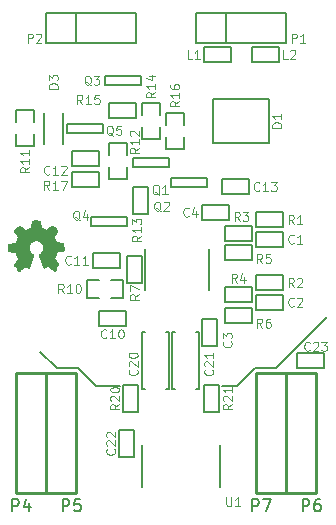
<source format=gto>
G04 (created by PCBNEW (2013-mar-13)-stable) date Fri 09 Oct 2015 12:04:18 PM CEST*
%MOIN*%
G04 Gerber Fmt 3.4, Leading zero omitted, Abs format*
%FSLAX34Y34*%
G01*
G70*
G90*
G04 APERTURE LIST*
%ADD10C,0.005906*%
%ADD11C,0.007874*%
%ADD12C,0.005000*%
%ADD13C,0.006000*%
%ADD14C,0.008000*%
%ADD15C,0.001100*%
%ADD16C,0.010000*%
%ADD17C,0.004000*%
G04 APERTURE END LIST*
G54D10*
G54D11*
X39850Y-37350D02*
X39290Y-36790D01*
X47150Y-37350D02*
X48850Y-35650D01*
X46450Y-37350D02*
X47150Y-37350D01*
X45850Y-37950D02*
X45350Y-37950D01*
X46450Y-37350D02*
X45850Y-37950D01*
X41150Y-37950D02*
X41950Y-37950D01*
X40550Y-37350D02*
X41150Y-37950D01*
X39850Y-37350D02*
X40550Y-37350D01*
G54D12*
X45660Y-27150D02*
X44760Y-27150D01*
X44760Y-27150D02*
X44760Y-26650D01*
X44760Y-26650D02*
X45660Y-26650D01*
X45660Y-26650D02*
X45660Y-27150D01*
X46350Y-26650D02*
X47250Y-26650D01*
X47250Y-26650D02*
X47250Y-27150D01*
X47250Y-27150D02*
X46350Y-27150D01*
X46350Y-27150D02*
X46350Y-26650D01*
G54D13*
X44500Y-26500D02*
X44500Y-25500D01*
X44500Y-25500D02*
X47500Y-25500D01*
X47500Y-25500D02*
X47500Y-26500D01*
X47500Y-26500D02*
X44500Y-26500D01*
X45500Y-25500D02*
X45500Y-26500D01*
X39500Y-26500D02*
X39500Y-25500D01*
X39500Y-25500D02*
X42500Y-25500D01*
X42500Y-25500D02*
X42500Y-26500D01*
X42500Y-26500D02*
X39500Y-26500D01*
X40500Y-25500D02*
X40500Y-26500D01*
G54D10*
X46913Y-29848D02*
X45074Y-29848D01*
X45074Y-29848D02*
X45074Y-28351D01*
X45074Y-28351D02*
X46925Y-28351D01*
X46925Y-28351D02*
X46925Y-29848D01*
G54D12*
X46500Y-32150D02*
X47400Y-32150D01*
X47400Y-32150D02*
X47400Y-32650D01*
X47400Y-32650D02*
X46500Y-32650D01*
X46500Y-32650D02*
X46500Y-32150D01*
X46500Y-34250D02*
X47400Y-34250D01*
X47400Y-34250D02*
X47400Y-34750D01*
X47400Y-34750D02*
X46500Y-34750D01*
X46500Y-34750D02*
X46500Y-34250D01*
X45450Y-32600D02*
X46350Y-32600D01*
X46350Y-32600D02*
X46350Y-33100D01*
X46350Y-33100D02*
X45450Y-33100D01*
X45450Y-33100D02*
X45450Y-32600D01*
X45450Y-34650D02*
X46350Y-34650D01*
X46350Y-34650D02*
X46350Y-35150D01*
X46350Y-35150D02*
X45450Y-35150D01*
X45450Y-35150D02*
X45450Y-34650D01*
X45450Y-33250D02*
X46350Y-33250D01*
X46350Y-33250D02*
X46350Y-33750D01*
X46350Y-33750D02*
X45450Y-33750D01*
X45450Y-33750D02*
X45450Y-33250D01*
X45450Y-35350D02*
X46350Y-35350D01*
X46350Y-35350D02*
X46350Y-35850D01*
X46350Y-35850D02*
X45450Y-35850D01*
X45450Y-35850D02*
X45450Y-35350D01*
X43600Y-30650D02*
X42400Y-30650D01*
X42400Y-30650D02*
X42400Y-30350D01*
X42400Y-30350D02*
X43600Y-30350D01*
X43600Y-30350D02*
X43600Y-30650D01*
X44850Y-31300D02*
X43650Y-31300D01*
X43650Y-31300D02*
X43650Y-31000D01*
X43650Y-31000D02*
X44850Y-31000D01*
X44850Y-31000D02*
X44850Y-31300D01*
X42650Y-27900D02*
X41450Y-27900D01*
X41450Y-27900D02*
X41450Y-27600D01*
X41450Y-27600D02*
X42650Y-27600D01*
X42650Y-27600D02*
X42650Y-27900D01*
X41000Y-32300D02*
X42200Y-32300D01*
X42200Y-32300D02*
X42200Y-32600D01*
X42200Y-32600D02*
X41000Y-32600D01*
X41000Y-32600D02*
X41000Y-32300D01*
X46500Y-32800D02*
X47400Y-32800D01*
X47400Y-32800D02*
X47400Y-33300D01*
X47400Y-33300D02*
X46500Y-33300D01*
X46500Y-33300D02*
X46500Y-32800D01*
X46500Y-34900D02*
X47400Y-34900D01*
X47400Y-34900D02*
X47400Y-35400D01*
X47400Y-35400D02*
X46500Y-35400D01*
X46500Y-35400D02*
X46500Y-34900D01*
X45200Y-35700D02*
X45200Y-36600D01*
X45200Y-36600D02*
X44700Y-36600D01*
X44700Y-36600D02*
X44700Y-35700D01*
X44700Y-35700D02*
X45200Y-35700D01*
X44700Y-31900D02*
X45600Y-31900D01*
X45600Y-31900D02*
X45600Y-32400D01*
X45600Y-32400D02*
X44700Y-32400D01*
X44700Y-32400D02*
X44700Y-31900D01*
X41250Y-35450D02*
X42150Y-35450D01*
X42150Y-35450D02*
X42150Y-35950D01*
X42150Y-35950D02*
X41250Y-35950D01*
X41250Y-35950D02*
X41250Y-35450D01*
X41060Y-33500D02*
X41960Y-33500D01*
X41960Y-33500D02*
X41960Y-34000D01*
X41960Y-34000D02*
X41060Y-34000D01*
X41060Y-34000D02*
X41060Y-33500D01*
X40350Y-30100D02*
X41250Y-30100D01*
X41250Y-30100D02*
X41250Y-30600D01*
X41250Y-30600D02*
X40350Y-30600D01*
X40350Y-30600D02*
X40350Y-30100D01*
X45350Y-31050D02*
X46250Y-31050D01*
X46250Y-31050D02*
X46250Y-31550D01*
X46250Y-31550D02*
X45350Y-31550D01*
X45350Y-31550D02*
X45350Y-31050D01*
G54D10*
X40064Y-29881D02*
X40064Y-28818D01*
X39435Y-29881D02*
X39435Y-28818D01*
G54D12*
X41400Y-29500D02*
X40200Y-29500D01*
X40200Y-29500D02*
X40200Y-29200D01*
X40200Y-29200D02*
X41400Y-29200D01*
X41400Y-29200D02*
X41400Y-29500D01*
X42200Y-34500D02*
X42200Y-33600D01*
X42200Y-33600D02*
X42700Y-33600D01*
X42700Y-33600D02*
X42700Y-34500D01*
X42700Y-34500D02*
X42200Y-34500D01*
X42400Y-32200D02*
X42400Y-31300D01*
X42400Y-31300D02*
X42900Y-31300D01*
X42900Y-31300D02*
X42900Y-32200D01*
X42900Y-32200D02*
X42400Y-32200D01*
X42500Y-29000D02*
X41600Y-29000D01*
X41600Y-29000D02*
X41600Y-28500D01*
X41600Y-28500D02*
X42500Y-28500D01*
X42500Y-28500D02*
X42500Y-29000D01*
X41250Y-31300D02*
X40350Y-31300D01*
X40350Y-31300D02*
X40350Y-30800D01*
X40350Y-30800D02*
X41250Y-30800D01*
X41250Y-30800D02*
X41250Y-31300D01*
G54D14*
X42700Y-39912D02*
X42700Y-41288D01*
X45299Y-41288D02*
X45299Y-39912D01*
G54D12*
X39100Y-29550D02*
X39100Y-29950D01*
X39100Y-29950D02*
X38500Y-29950D01*
X38500Y-29950D02*
X38500Y-29550D01*
X38500Y-29150D02*
X38500Y-28750D01*
X38500Y-28750D02*
X39100Y-28750D01*
X39100Y-28750D02*
X39100Y-29150D01*
X41250Y-35000D02*
X40850Y-35000D01*
X40850Y-35000D02*
X40850Y-34400D01*
X40850Y-34400D02*
X41250Y-34400D01*
X41650Y-34400D02*
X42050Y-34400D01*
X42050Y-34400D02*
X42050Y-35000D01*
X42050Y-35000D02*
X41650Y-35000D01*
X41600Y-30250D02*
X41600Y-29850D01*
X41600Y-29850D02*
X42200Y-29850D01*
X42200Y-29850D02*
X42200Y-30250D01*
X42200Y-30650D02*
X42200Y-31050D01*
X42200Y-31050D02*
X41600Y-31050D01*
X41600Y-31050D02*
X41600Y-30650D01*
X42700Y-28900D02*
X42700Y-28500D01*
X42700Y-28500D02*
X43300Y-28500D01*
X43300Y-28500D02*
X43300Y-28900D01*
X43300Y-29300D02*
X43300Y-29700D01*
X43300Y-29700D02*
X42700Y-29700D01*
X42700Y-29700D02*
X42700Y-29300D01*
X44100Y-29650D02*
X44100Y-30050D01*
X44100Y-30050D02*
X43500Y-30050D01*
X43500Y-30050D02*
X43500Y-29650D01*
X43500Y-29250D02*
X43500Y-28850D01*
X43500Y-28850D02*
X44100Y-28850D01*
X44100Y-28850D02*
X44100Y-29250D01*
X42050Y-38800D02*
X42050Y-37900D01*
X42050Y-37900D02*
X42550Y-37900D01*
X42550Y-37900D02*
X42550Y-38800D01*
X42550Y-38800D02*
X42050Y-38800D01*
X44750Y-38800D02*
X44750Y-37900D01*
X44750Y-37900D02*
X45250Y-37900D01*
X45250Y-37900D02*
X45250Y-38800D01*
X45250Y-38800D02*
X44750Y-38800D01*
G54D15*
X39090Y-32410D02*
X39190Y-32410D01*
X39030Y-32420D02*
X39280Y-32420D01*
X39030Y-32430D02*
X39280Y-32430D01*
X39020Y-32440D02*
X39290Y-32440D01*
X39020Y-32450D02*
X39290Y-32450D01*
X39020Y-32460D02*
X39290Y-32460D01*
X39020Y-32470D02*
X39290Y-32470D01*
X39020Y-32480D02*
X39290Y-32480D01*
X39020Y-32490D02*
X39290Y-32490D01*
X39010Y-32500D02*
X39300Y-32500D01*
X39010Y-32510D02*
X39300Y-32510D01*
X39010Y-32520D02*
X39300Y-32520D01*
X39010Y-32530D02*
X39300Y-32530D01*
X39010Y-32540D02*
X39300Y-32540D01*
X39000Y-32550D02*
X39300Y-32550D01*
X39000Y-32560D02*
X39310Y-32560D01*
X39000Y-32570D02*
X39310Y-32570D01*
X39000Y-32580D02*
X39310Y-32580D01*
X39000Y-32590D02*
X39310Y-32590D01*
X38590Y-32600D02*
X38620Y-32600D01*
X39000Y-32600D02*
X39310Y-32600D01*
X39680Y-32600D02*
X39720Y-32600D01*
X38580Y-32610D02*
X38630Y-32610D01*
X38990Y-32610D02*
X39310Y-32610D01*
X39660Y-32610D02*
X39730Y-32610D01*
X38570Y-32620D02*
X38650Y-32620D01*
X38990Y-32620D02*
X39310Y-32620D01*
X39650Y-32620D02*
X39740Y-32620D01*
X38550Y-32630D02*
X38660Y-32630D01*
X38990Y-32630D02*
X39320Y-32630D01*
X39630Y-32630D02*
X39760Y-32630D01*
X38540Y-32640D02*
X38680Y-32640D01*
X38990Y-32640D02*
X39320Y-32640D01*
X39620Y-32640D02*
X39770Y-32640D01*
X38530Y-32650D02*
X38690Y-32650D01*
X38990Y-32650D02*
X39320Y-32650D01*
X39600Y-32650D02*
X39780Y-32650D01*
X38520Y-32660D02*
X38700Y-32660D01*
X38980Y-32660D02*
X39320Y-32660D01*
X39590Y-32660D02*
X39790Y-32660D01*
X38510Y-32670D02*
X38720Y-32670D01*
X38950Y-32670D02*
X39360Y-32670D01*
X39570Y-32670D02*
X39800Y-32670D01*
X38500Y-32680D02*
X38730Y-32680D01*
X38920Y-32680D02*
X39390Y-32680D01*
X39560Y-32680D02*
X39810Y-32680D01*
X38490Y-32690D02*
X38750Y-32690D01*
X38890Y-32690D02*
X39410Y-32690D01*
X39540Y-32690D02*
X39820Y-32690D01*
X38480Y-32700D02*
X38760Y-32700D01*
X38870Y-32700D02*
X39440Y-32700D01*
X39530Y-32700D02*
X39830Y-32700D01*
X38470Y-32710D02*
X38770Y-32710D01*
X38850Y-32710D02*
X39460Y-32710D01*
X39520Y-32710D02*
X39840Y-32710D01*
X38460Y-32720D02*
X38790Y-32720D01*
X38830Y-32720D02*
X39480Y-32720D01*
X39500Y-32720D02*
X39850Y-32720D01*
X38450Y-32730D02*
X38800Y-32730D01*
X38810Y-32730D02*
X39860Y-32730D01*
X38440Y-32740D02*
X39860Y-32740D01*
X38440Y-32750D02*
X39870Y-32750D01*
X38430Y-32760D02*
X39870Y-32760D01*
X38430Y-32770D02*
X39870Y-32770D01*
X38440Y-32780D02*
X39870Y-32780D01*
X38440Y-32790D02*
X39860Y-32790D01*
X38450Y-32800D02*
X39860Y-32800D01*
X38460Y-32810D02*
X39850Y-32810D01*
X38460Y-32820D02*
X39840Y-32820D01*
X38470Y-32830D02*
X39830Y-32830D01*
X38480Y-32840D02*
X39830Y-32840D01*
X38490Y-32850D02*
X39820Y-32850D01*
X38490Y-32860D02*
X39810Y-32860D01*
X38500Y-32870D02*
X39810Y-32870D01*
X38510Y-32880D02*
X39800Y-32880D01*
X38510Y-32890D02*
X39790Y-32890D01*
X38520Y-32900D02*
X39780Y-32900D01*
X38530Y-32910D02*
X39780Y-32910D01*
X38530Y-32920D02*
X39770Y-32920D01*
X38540Y-32930D02*
X39760Y-32930D01*
X38550Y-32940D02*
X39750Y-32940D01*
X38550Y-32950D02*
X39750Y-32950D01*
X38560Y-32960D02*
X39740Y-32960D01*
X38560Y-32970D02*
X39740Y-32970D01*
X38560Y-32980D02*
X39750Y-32980D01*
X38550Y-32990D02*
X39760Y-32990D01*
X38550Y-33000D02*
X39760Y-33000D01*
X38540Y-33010D02*
X39770Y-33010D01*
X38540Y-33020D02*
X39770Y-33020D01*
X38530Y-33030D02*
X39780Y-33030D01*
X38530Y-33040D02*
X39780Y-33040D01*
X38520Y-33050D02*
X39790Y-33050D01*
X38520Y-33060D02*
X39790Y-33060D01*
X38510Y-33070D02*
X39790Y-33070D01*
X38510Y-33080D02*
X39110Y-33080D01*
X39200Y-33080D02*
X39800Y-33080D01*
X38510Y-33090D02*
X39080Y-33090D01*
X39230Y-33090D02*
X39800Y-33090D01*
X38500Y-33100D02*
X39050Y-33100D01*
X39260Y-33100D02*
X39810Y-33100D01*
X38500Y-33110D02*
X39030Y-33110D01*
X39280Y-33110D02*
X39810Y-33110D01*
X38500Y-33120D02*
X39020Y-33120D01*
X39290Y-33120D02*
X39810Y-33120D01*
X38490Y-33130D02*
X39000Y-33130D01*
X39310Y-33130D02*
X39820Y-33130D01*
X38490Y-33140D02*
X38990Y-33140D01*
X39320Y-33140D02*
X39850Y-33140D01*
X38490Y-33150D02*
X38980Y-33150D01*
X39330Y-33150D02*
X39910Y-33150D01*
X38480Y-33160D02*
X38970Y-33160D01*
X39340Y-33160D02*
X39960Y-33160D01*
X38420Y-33170D02*
X38960Y-33170D01*
X39350Y-33170D02*
X40020Y-33170D01*
X38360Y-33180D02*
X38960Y-33180D01*
X39350Y-33180D02*
X40060Y-33180D01*
X38300Y-33190D02*
X38950Y-33190D01*
X39360Y-33190D02*
X40060Y-33190D01*
X38250Y-33200D02*
X38940Y-33200D01*
X39370Y-33200D02*
X40070Y-33200D01*
X38240Y-33210D02*
X38940Y-33210D01*
X39370Y-33210D02*
X40070Y-33210D01*
X38240Y-33220D02*
X38930Y-33220D01*
X39380Y-33220D02*
X40070Y-33220D01*
X38240Y-33230D02*
X38930Y-33230D01*
X39380Y-33230D02*
X40070Y-33230D01*
X38240Y-33240D02*
X38920Y-33240D01*
X39390Y-33240D02*
X40070Y-33240D01*
X38240Y-33250D02*
X38920Y-33250D01*
X39390Y-33250D02*
X40070Y-33250D01*
X38240Y-33260D02*
X38920Y-33260D01*
X39390Y-33260D02*
X40070Y-33260D01*
X38240Y-33270D02*
X38920Y-33270D01*
X39400Y-33270D02*
X40070Y-33270D01*
X38240Y-33280D02*
X38910Y-33280D01*
X39400Y-33280D02*
X40070Y-33280D01*
X38240Y-33290D02*
X38910Y-33290D01*
X39400Y-33290D02*
X40080Y-33290D01*
X38230Y-33300D02*
X38910Y-33300D01*
X39400Y-33300D02*
X40080Y-33300D01*
X38230Y-33310D02*
X38910Y-33310D01*
X39400Y-33310D02*
X40080Y-33310D01*
X38230Y-33320D02*
X38910Y-33320D01*
X39400Y-33320D02*
X40080Y-33320D01*
X38230Y-33330D02*
X38910Y-33330D01*
X39400Y-33330D02*
X40080Y-33330D01*
X38230Y-33340D02*
X38910Y-33340D01*
X39400Y-33340D02*
X40080Y-33340D01*
X38230Y-33350D02*
X38910Y-33350D01*
X39400Y-33350D02*
X40080Y-33350D01*
X38230Y-33360D02*
X38910Y-33360D01*
X39400Y-33360D02*
X40080Y-33360D01*
X38230Y-33370D02*
X38910Y-33370D01*
X39400Y-33370D02*
X40080Y-33370D01*
X38230Y-33380D02*
X38920Y-33380D01*
X39400Y-33380D02*
X40080Y-33380D01*
X38240Y-33390D02*
X38920Y-33390D01*
X39390Y-33390D02*
X40080Y-33390D01*
X38240Y-33400D02*
X38920Y-33400D01*
X39390Y-33400D02*
X40070Y-33400D01*
X38240Y-33410D02*
X38930Y-33410D01*
X39390Y-33410D02*
X40070Y-33410D01*
X38240Y-33420D02*
X38930Y-33420D01*
X39380Y-33420D02*
X40070Y-33420D01*
X38240Y-33430D02*
X38930Y-33430D01*
X39380Y-33430D02*
X40060Y-33430D01*
X38240Y-33440D02*
X38940Y-33440D01*
X39370Y-33440D02*
X40000Y-33440D01*
X38280Y-33450D02*
X38950Y-33450D01*
X39370Y-33450D02*
X39940Y-33450D01*
X38330Y-33460D02*
X38950Y-33460D01*
X39360Y-33460D02*
X39870Y-33460D01*
X38390Y-33470D02*
X38960Y-33470D01*
X39350Y-33470D02*
X39830Y-33470D01*
X38440Y-33480D02*
X38970Y-33480D01*
X39340Y-33480D02*
X39830Y-33480D01*
X38480Y-33490D02*
X38980Y-33490D01*
X39340Y-33490D02*
X39830Y-33490D01*
X38490Y-33500D02*
X38980Y-33500D01*
X39330Y-33500D02*
X39820Y-33500D01*
X38490Y-33510D02*
X39000Y-33510D01*
X39310Y-33510D02*
X39820Y-33510D01*
X38490Y-33520D02*
X39010Y-33520D01*
X39300Y-33520D02*
X39820Y-33520D01*
X38490Y-33530D02*
X39020Y-33530D01*
X39290Y-33530D02*
X39820Y-33530D01*
X38500Y-33540D02*
X39040Y-33540D01*
X39270Y-33540D02*
X39810Y-33540D01*
X38500Y-33550D02*
X39060Y-33550D01*
X39250Y-33550D02*
X39810Y-33550D01*
X38500Y-33560D02*
X39070Y-33560D01*
X39250Y-33560D02*
X39810Y-33560D01*
X38510Y-33570D02*
X39070Y-33570D01*
X39250Y-33570D02*
X39800Y-33570D01*
X38510Y-33580D02*
X39070Y-33580D01*
X39250Y-33580D02*
X39800Y-33580D01*
X38510Y-33590D02*
X39060Y-33590D01*
X39260Y-33590D02*
X39790Y-33590D01*
X38520Y-33600D02*
X39060Y-33600D01*
X39260Y-33600D02*
X39790Y-33600D01*
X38520Y-33610D02*
X39060Y-33610D01*
X39260Y-33610D02*
X39790Y-33610D01*
X38530Y-33620D02*
X39050Y-33620D01*
X39270Y-33620D02*
X39780Y-33620D01*
X38530Y-33630D02*
X39050Y-33630D01*
X39270Y-33630D02*
X39780Y-33630D01*
X38540Y-33640D02*
X39040Y-33640D01*
X39280Y-33640D02*
X39770Y-33640D01*
X38540Y-33650D02*
X39040Y-33650D01*
X39280Y-33650D02*
X39770Y-33650D01*
X38550Y-33660D02*
X39040Y-33660D01*
X39280Y-33660D02*
X39760Y-33660D01*
X38550Y-33670D02*
X39030Y-33670D01*
X39290Y-33670D02*
X39770Y-33670D01*
X38560Y-33680D02*
X39030Y-33680D01*
X39290Y-33680D02*
X39770Y-33680D01*
X38560Y-33690D02*
X39030Y-33690D01*
X39300Y-33690D02*
X39780Y-33690D01*
X38560Y-33700D02*
X39020Y-33700D01*
X39300Y-33700D02*
X39790Y-33700D01*
X38560Y-33710D02*
X39020Y-33710D01*
X39300Y-33710D02*
X39800Y-33710D01*
X38550Y-33720D02*
X39020Y-33720D01*
X39310Y-33720D02*
X39800Y-33720D01*
X38540Y-33730D02*
X39010Y-33730D01*
X39310Y-33730D02*
X39810Y-33730D01*
X38530Y-33740D02*
X39010Y-33740D01*
X39310Y-33740D02*
X39820Y-33740D01*
X38530Y-33750D02*
X39010Y-33750D01*
X39320Y-33750D02*
X39820Y-33750D01*
X38520Y-33760D02*
X39000Y-33760D01*
X39320Y-33760D02*
X39830Y-33760D01*
X38510Y-33770D02*
X39000Y-33770D01*
X39330Y-33770D02*
X39840Y-33770D01*
X38500Y-33780D02*
X39000Y-33780D01*
X39330Y-33780D02*
X39840Y-33780D01*
X38500Y-33790D02*
X38990Y-33790D01*
X39330Y-33790D02*
X39850Y-33790D01*
X38490Y-33800D02*
X38990Y-33800D01*
X39340Y-33800D02*
X39860Y-33800D01*
X38480Y-33810D02*
X38980Y-33810D01*
X39340Y-33810D02*
X39860Y-33810D01*
X38480Y-33820D02*
X38980Y-33820D01*
X39350Y-33820D02*
X39870Y-33820D01*
X38470Y-33830D02*
X38980Y-33830D01*
X39350Y-33830D02*
X39880Y-33830D01*
X38460Y-33840D02*
X38970Y-33840D01*
X39350Y-33840D02*
X39890Y-33840D01*
X38450Y-33850D02*
X38970Y-33850D01*
X39360Y-33850D02*
X39890Y-33850D01*
X38450Y-33860D02*
X38970Y-33860D01*
X39360Y-33860D02*
X39900Y-33860D01*
X38440Y-33870D02*
X38960Y-33870D01*
X39370Y-33870D02*
X39900Y-33870D01*
X38430Y-33880D02*
X38960Y-33880D01*
X39370Y-33880D02*
X39900Y-33880D01*
X38430Y-33890D02*
X38960Y-33890D01*
X39370Y-33890D02*
X39890Y-33890D01*
X38430Y-33900D02*
X38950Y-33900D01*
X39380Y-33900D02*
X39880Y-33900D01*
X38430Y-33910D02*
X38950Y-33910D01*
X39380Y-33910D02*
X39870Y-33910D01*
X38440Y-33920D02*
X38950Y-33920D01*
X39380Y-33920D02*
X39860Y-33920D01*
X38450Y-33930D02*
X38940Y-33930D01*
X39390Y-33930D02*
X39860Y-33930D01*
X38460Y-33940D02*
X38940Y-33940D01*
X39390Y-33940D02*
X39530Y-33940D01*
X39550Y-33940D02*
X39850Y-33940D01*
X38470Y-33950D02*
X38940Y-33950D01*
X39400Y-33950D02*
X39500Y-33950D01*
X39580Y-33950D02*
X39840Y-33950D01*
X38480Y-33960D02*
X38780Y-33960D01*
X38830Y-33960D02*
X38930Y-33960D01*
X39400Y-33960D02*
X39480Y-33960D01*
X39590Y-33960D02*
X39830Y-33960D01*
X38490Y-33970D02*
X38760Y-33970D01*
X38860Y-33970D02*
X38930Y-33970D01*
X39400Y-33970D02*
X39460Y-33970D01*
X39600Y-33970D02*
X39820Y-33970D01*
X38500Y-33980D02*
X38740Y-33980D01*
X38880Y-33980D02*
X38920Y-33980D01*
X39410Y-33980D02*
X39440Y-33980D01*
X39610Y-33980D02*
X39830Y-33980D01*
X38510Y-33990D02*
X38730Y-33990D01*
X38900Y-33990D02*
X38920Y-33990D01*
X39410Y-33990D02*
X39420Y-33990D01*
X39610Y-33990D02*
X39830Y-33990D01*
X38520Y-34000D02*
X38710Y-34000D01*
X39630Y-34000D02*
X39830Y-34000D01*
X38530Y-34010D02*
X38700Y-34010D01*
X39640Y-34010D02*
X39830Y-34010D01*
X38530Y-34020D02*
X38680Y-34020D01*
X39650Y-34020D02*
X39830Y-34020D01*
X38530Y-34030D02*
X38670Y-34030D01*
X39670Y-34030D02*
X39830Y-34030D01*
X38530Y-34040D02*
X38660Y-34040D01*
X39690Y-34040D02*
X39820Y-34040D01*
X38540Y-34050D02*
X38650Y-34050D01*
X39710Y-34050D02*
X39820Y-34050D01*
X38540Y-34060D02*
X38640Y-34060D01*
X39720Y-34060D02*
X39810Y-34060D01*
X38550Y-34070D02*
X38640Y-34070D01*
X39730Y-34070D02*
X39810Y-34070D01*
X38560Y-34080D02*
X38630Y-34080D01*
X39740Y-34080D02*
X39800Y-34080D01*
X38570Y-34090D02*
X38630Y-34090D01*
X39750Y-34090D02*
X39790Y-34090D01*
X38580Y-34100D02*
X38620Y-34100D01*
X39760Y-34100D02*
X39780Y-34100D01*
X38590Y-34110D02*
X38620Y-34110D01*
G54D12*
X41930Y-40290D02*
X41930Y-39390D01*
X41930Y-39390D02*
X42430Y-39390D01*
X42430Y-39390D02*
X42430Y-40290D01*
X42430Y-40290D02*
X41930Y-40290D01*
G54D16*
X48500Y-37500D02*
X48500Y-41500D01*
X47500Y-37500D02*
X47500Y-41500D01*
X47500Y-41500D02*
X48500Y-41500D01*
X48500Y-37500D02*
X47500Y-37500D01*
X47500Y-37500D02*
X47500Y-41500D01*
X46500Y-37500D02*
X46500Y-41500D01*
X46500Y-41500D02*
X47500Y-41500D01*
X47500Y-37500D02*
X46500Y-37500D01*
X39500Y-37500D02*
X39500Y-41500D01*
X38500Y-37500D02*
X38500Y-41500D01*
X38500Y-41500D02*
X39500Y-41500D01*
X39500Y-37500D02*
X38500Y-37500D01*
X40500Y-37500D02*
X40500Y-41500D01*
X39500Y-37500D02*
X39500Y-41500D01*
X39500Y-41500D02*
X40500Y-41500D01*
X40500Y-37500D02*
X39500Y-37500D01*
G54D12*
X47850Y-36850D02*
X48750Y-36850D01*
X48750Y-36850D02*
X48750Y-37350D01*
X48750Y-37350D02*
X47850Y-37350D01*
X47850Y-37350D02*
X47850Y-36850D01*
G54D14*
X42787Y-33362D02*
X42787Y-34738D01*
X44912Y-34738D02*
X44912Y-33362D01*
G54D10*
X43602Y-36149D02*
X43504Y-36149D01*
X43602Y-38050D02*
X43504Y-38050D01*
X42697Y-36149D02*
X42795Y-36149D01*
X42697Y-38050D02*
X42795Y-38050D01*
X43602Y-38050D02*
X43602Y-36149D01*
X42697Y-38050D02*
X42697Y-36149D01*
X44602Y-36149D02*
X44504Y-36149D01*
X44602Y-38050D02*
X44504Y-38050D01*
X43697Y-36149D02*
X43795Y-36149D01*
X43697Y-38050D02*
X43795Y-38050D01*
X44602Y-38050D02*
X44602Y-36149D01*
X43697Y-38050D02*
X43697Y-36149D01*
G54D17*
X44360Y-27035D02*
X44217Y-27035D01*
X44217Y-26735D01*
X44617Y-27035D02*
X44445Y-27035D01*
X44531Y-27035D02*
X44531Y-26735D01*
X44502Y-26778D01*
X44474Y-26807D01*
X44445Y-26821D01*
X47550Y-27035D02*
X47407Y-27035D01*
X47407Y-26735D01*
X47635Y-26764D02*
X47650Y-26750D01*
X47678Y-26735D01*
X47750Y-26735D01*
X47778Y-26750D01*
X47792Y-26764D01*
X47807Y-26792D01*
X47807Y-26821D01*
X47792Y-26864D01*
X47621Y-27035D01*
X47807Y-27035D01*
X47678Y-26485D02*
X47678Y-26185D01*
X47792Y-26185D01*
X47821Y-26200D01*
X47835Y-26214D01*
X47850Y-26242D01*
X47850Y-26285D01*
X47835Y-26314D01*
X47821Y-26328D01*
X47792Y-26342D01*
X47678Y-26342D01*
X48135Y-26485D02*
X47964Y-26485D01*
X48050Y-26485D02*
X48050Y-26185D01*
X48021Y-26228D01*
X47992Y-26257D01*
X47964Y-26271D01*
X38878Y-26485D02*
X38878Y-26185D01*
X38992Y-26185D01*
X39021Y-26200D01*
X39035Y-26214D01*
X39050Y-26242D01*
X39050Y-26285D01*
X39035Y-26314D01*
X39021Y-26328D01*
X38992Y-26342D01*
X38878Y-26342D01*
X39164Y-26214D02*
X39178Y-26200D01*
X39207Y-26185D01*
X39278Y-26185D01*
X39307Y-26200D01*
X39321Y-26214D01*
X39335Y-26242D01*
X39335Y-26271D01*
X39321Y-26314D01*
X39150Y-26485D01*
X39335Y-26485D01*
X47335Y-29321D02*
X47035Y-29321D01*
X47035Y-29250D01*
X47050Y-29207D01*
X47078Y-29178D01*
X47107Y-29164D01*
X47164Y-29150D01*
X47207Y-29150D01*
X47264Y-29164D01*
X47292Y-29178D01*
X47321Y-29207D01*
X47335Y-29250D01*
X47335Y-29321D01*
X47335Y-28864D02*
X47335Y-29035D01*
X47335Y-28950D02*
X47035Y-28950D01*
X47078Y-28978D01*
X47107Y-29007D01*
X47121Y-29035D01*
X47750Y-32535D02*
X47650Y-32392D01*
X47578Y-32535D02*
X47578Y-32235D01*
X47692Y-32235D01*
X47721Y-32250D01*
X47735Y-32264D01*
X47750Y-32292D01*
X47750Y-32335D01*
X47735Y-32364D01*
X47721Y-32378D01*
X47692Y-32392D01*
X47578Y-32392D01*
X48035Y-32535D02*
X47864Y-32535D01*
X47950Y-32535D02*
X47950Y-32235D01*
X47921Y-32278D01*
X47892Y-32307D01*
X47864Y-32321D01*
X47750Y-34635D02*
X47650Y-34492D01*
X47578Y-34635D02*
X47578Y-34335D01*
X47692Y-34335D01*
X47721Y-34350D01*
X47735Y-34364D01*
X47750Y-34392D01*
X47750Y-34435D01*
X47735Y-34464D01*
X47721Y-34478D01*
X47692Y-34492D01*
X47578Y-34492D01*
X47864Y-34364D02*
X47878Y-34350D01*
X47907Y-34335D01*
X47978Y-34335D01*
X48007Y-34350D01*
X48021Y-34364D01*
X48035Y-34392D01*
X48035Y-34421D01*
X48021Y-34464D01*
X47850Y-34635D01*
X48035Y-34635D01*
X45950Y-32435D02*
X45850Y-32292D01*
X45778Y-32435D02*
X45778Y-32135D01*
X45892Y-32135D01*
X45921Y-32150D01*
X45935Y-32164D01*
X45950Y-32192D01*
X45950Y-32235D01*
X45935Y-32264D01*
X45921Y-32278D01*
X45892Y-32292D01*
X45778Y-32292D01*
X46050Y-32135D02*
X46235Y-32135D01*
X46135Y-32250D01*
X46178Y-32250D01*
X46207Y-32264D01*
X46221Y-32278D01*
X46235Y-32307D01*
X46235Y-32378D01*
X46221Y-32407D01*
X46207Y-32421D01*
X46178Y-32435D01*
X46092Y-32435D01*
X46064Y-32421D01*
X46050Y-32407D01*
X45850Y-34485D02*
X45750Y-34342D01*
X45678Y-34485D02*
X45678Y-34185D01*
X45792Y-34185D01*
X45821Y-34200D01*
X45835Y-34214D01*
X45850Y-34242D01*
X45850Y-34285D01*
X45835Y-34314D01*
X45821Y-34328D01*
X45792Y-34342D01*
X45678Y-34342D01*
X46107Y-34285D02*
X46107Y-34485D01*
X46035Y-34171D02*
X45964Y-34385D01*
X46150Y-34385D01*
X46700Y-33835D02*
X46600Y-33692D01*
X46528Y-33835D02*
X46528Y-33535D01*
X46642Y-33535D01*
X46671Y-33550D01*
X46685Y-33564D01*
X46700Y-33592D01*
X46700Y-33635D01*
X46685Y-33664D01*
X46671Y-33678D01*
X46642Y-33692D01*
X46528Y-33692D01*
X46971Y-33535D02*
X46828Y-33535D01*
X46814Y-33678D01*
X46828Y-33664D01*
X46857Y-33650D01*
X46928Y-33650D01*
X46957Y-33664D01*
X46971Y-33678D01*
X46985Y-33707D01*
X46985Y-33778D01*
X46971Y-33807D01*
X46957Y-33821D01*
X46928Y-33835D01*
X46857Y-33835D01*
X46828Y-33821D01*
X46814Y-33807D01*
X46700Y-35985D02*
X46600Y-35842D01*
X46528Y-35985D02*
X46528Y-35685D01*
X46642Y-35685D01*
X46671Y-35700D01*
X46685Y-35714D01*
X46700Y-35742D01*
X46700Y-35785D01*
X46685Y-35814D01*
X46671Y-35828D01*
X46642Y-35842D01*
X46528Y-35842D01*
X46957Y-35685D02*
X46900Y-35685D01*
X46871Y-35700D01*
X46857Y-35714D01*
X46828Y-35757D01*
X46814Y-35814D01*
X46814Y-35928D01*
X46828Y-35957D01*
X46842Y-35971D01*
X46871Y-35985D01*
X46928Y-35985D01*
X46957Y-35971D01*
X46971Y-35957D01*
X46985Y-35928D01*
X46985Y-35857D01*
X46971Y-35828D01*
X46957Y-35814D01*
X46928Y-35800D01*
X46871Y-35800D01*
X46842Y-35814D01*
X46828Y-35828D01*
X46814Y-35857D01*
X43271Y-31564D02*
X43242Y-31550D01*
X43214Y-31521D01*
X43171Y-31478D01*
X43142Y-31464D01*
X43114Y-31464D01*
X43128Y-31535D02*
X43100Y-31521D01*
X43071Y-31492D01*
X43057Y-31435D01*
X43057Y-31335D01*
X43071Y-31278D01*
X43100Y-31250D01*
X43128Y-31235D01*
X43185Y-31235D01*
X43214Y-31250D01*
X43242Y-31278D01*
X43257Y-31335D01*
X43257Y-31435D01*
X43242Y-31492D01*
X43214Y-31521D01*
X43185Y-31535D01*
X43128Y-31535D01*
X43542Y-31535D02*
X43371Y-31535D01*
X43457Y-31535D02*
X43457Y-31235D01*
X43428Y-31278D01*
X43400Y-31307D01*
X43371Y-31321D01*
X43321Y-32114D02*
X43292Y-32100D01*
X43264Y-32071D01*
X43221Y-32028D01*
X43192Y-32014D01*
X43164Y-32014D01*
X43178Y-32085D02*
X43150Y-32071D01*
X43121Y-32042D01*
X43107Y-31985D01*
X43107Y-31885D01*
X43121Y-31828D01*
X43150Y-31800D01*
X43178Y-31785D01*
X43235Y-31785D01*
X43264Y-31800D01*
X43292Y-31828D01*
X43307Y-31885D01*
X43307Y-31985D01*
X43292Y-32042D01*
X43264Y-32071D01*
X43235Y-32085D01*
X43178Y-32085D01*
X43421Y-31814D02*
X43435Y-31800D01*
X43464Y-31785D01*
X43535Y-31785D01*
X43564Y-31800D01*
X43578Y-31814D01*
X43592Y-31842D01*
X43592Y-31871D01*
X43578Y-31914D01*
X43407Y-32085D01*
X43592Y-32085D01*
X40991Y-27914D02*
X40962Y-27900D01*
X40934Y-27871D01*
X40891Y-27828D01*
X40862Y-27814D01*
X40834Y-27814D01*
X40848Y-27885D02*
X40820Y-27871D01*
X40791Y-27842D01*
X40777Y-27785D01*
X40777Y-27685D01*
X40791Y-27628D01*
X40820Y-27600D01*
X40848Y-27585D01*
X40905Y-27585D01*
X40934Y-27600D01*
X40962Y-27628D01*
X40977Y-27685D01*
X40977Y-27785D01*
X40962Y-27842D01*
X40934Y-27871D01*
X40905Y-27885D01*
X40848Y-27885D01*
X41077Y-27585D02*
X41262Y-27585D01*
X41162Y-27700D01*
X41205Y-27700D01*
X41234Y-27714D01*
X41248Y-27728D01*
X41262Y-27757D01*
X41262Y-27828D01*
X41248Y-27857D01*
X41234Y-27871D01*
X41205Y-27885D01*
X41120Y-27885D01*
X41091Y-27871D01*
X41077Y-27857D01*
X40621Y-32414D02*
X40592Y-32400D01*
X40564Y-32371D01*
X40521Y-32328D01*
X40492Y-32314D01*
X40464Y-32314D01*
X40478Y-32385D02*
X40450Y-32371D01*
X40421Y-32342D01*
X40407Y-32285D01*
X40407Y-32185D01*
X40421Y-32128D01*
X40450Y-32100D01*
X40478Y-32085D01*
X40535Y-32085D01*
X40564Y-32100D01*
X40592Y-32128D01*
X40607Y-32185D01*
X40607Y-32285D01*
X40592Y-32342D01*
X40564Y-32371D01*
X40535Y-32385D01*
X40478Y-32385D01*
X40864Y-32185D02*
X40864Y-32385D01*
X40792Y-32071D02*
X40721Y-32285D01*
X40907Y-32285D01*
X47750Y-33157D02*
X47735Y-33171D01*
X47692Y-33185D01*
X47664Y-33185D01*
X47621Y-33171D01*
X47592Y-33142D01*
X47578Y-33114D01*
X47564Y-33057D01*
X47564Y-33014D01*
X47578Y-32957D01*
X47592Y-32928D01*
X47621Y-32900D01*
X47664Y-32885D01*
X47692Y-32885D01*
X47735Y-32900D01*
X47750Y-32914D01*
X48035Y-33185D02*
X47864Y-33185D01*
X47950Y-33185D02*
X47950Y-32885D01*
X47921Y-32928D01*
X47892Y-32957D01*
X47864Y-32971D01*
X47750Y-35257D02*
X47735Y-35271D01*
X47692Y-35285D01*
X47664Y-35285D01*
X47621Y-35271D01*
X47592Y-35242D01*
X47578Y-35214D01*
X47564Y-35157D01*
X47564Y-35114D01*
X47578Y-35057D01*
X47592Y-35028D01*
X47621Y-35000D01*
X47664Y-34985D01*
X47692Y-34985D01*
X47735Y-35000D01*
X47750Y-35014D01*
X47864Y-35014D02*
X47878Y-35000D01*
X47907Y-34985D01*
X47978Y-34985D01*
X48007Y-35000D01*
X48021Y-35014D01*
X48035Y-35042D01*
X48035Y-35071D01*
X48021Y-35114D01*
X47850Y-35285D01*
X48035Y-35285D01*
X45657Y-36450D02*
X45671Y-36464D01*
X45685Y-36507D01*
X45685Y-36535D01*
X45671Y-36578D01*
X45642Y-36607D01*
X45614Y-36621D01*
X45557Y-36635D01*
X45514Y-36635D01*
X45457Y-36621D01*
X45428Y-36607D01*
X45400Y-36578D01*
X45385Y-36535D01*
X45385Y-36507D01*
X45400Y-36464D01*
X45414Y-36450D01*
X45385Y-36350D02*
X45385Y-36164D01*
X45500Y-36264D01*
X45500Y-36221D01*
X45514Y-36192D01*
X45528Y-36178D01*
X45557Y-36164D01*
X45628Y-36164D01*
X45657Y-36178D01*
X45671Y-36192D01*
X45685Y-36221D01*
X45685Y-36307D01*
X45671Y-36335D01*
X45657Y-36350D01*
X44250Y-32257D02*
X44235Y-32271D01*
X44192Y-32285D01*
X44164Y-32285D01*
X44121Y-32271D01*
X44092Y-32242D01*
X44078Y-32214D01*
X44064Y-32157D01*
X44064Y-32114D01*
X44078Y-32057D01*
X44092Y-32028D01*
X44121Y-32000D01*
X44164Y-31985D01*
X44192Y-31985D01*
X44235Y-32000D01*
X44250Y-32014D01*
X44507Y-32085D02*
X44507Y-32285D01*
X44435Y-31971D02*
X44364Y-32185D01*
X44550Y-32185D01*
X41507Y-36317D02*
X41492Y-36331D01*
X41450Y-36345D01*
X41421Y-36345D01*
X41378Y-36331D01*
X41350Y-36302D01*
X41335Y-36274D01*
X41321Y-36217D01*
X41321Y-36174D01*
X41335Y-36117D01*
X41350Y-36088D01*
X41378Y-36060D01*
X41421Y-36045D01*
X41450Y-36045D01*
X41492Y-36060D01*
X41507Y-36074D01*
X41792Y-36345D02*
X41621Y-36345D01*
X41707Y-36345D02*
X41707Y-36045D01*
X41678Y-36088D01*
X41650Y-36117D01*
X41621Y-36131D01*
X41978Y-36045D02*
X42007Y-36045D01*
X42035Y-36060D01*
X42050Y-36074D01*
X42064Y-36102D01*
X42078Y-36160D01*
X42078Y-36231D01*
X42064Y-36288D01*
X42050Y-36317D01*
X42035Y-36331D01*
X42007Y-36345D01*
X41978Y-36345D01*
X41950Y-36331D01*
X41935Y-36317D01*
X41921Y-36288D01*
X41907Y-36231D01*
X41907Y-36160D01*
X41921Y-36102D01*
X41935Y-36074D01*
X41950Y-36060D01*
X41978Y-36045D01*
X40317Y-33857D02*
X40302Y-33871D01*
X40260Y-33885D01*
X40231Y-33885D01*
X40188Y-33871D01*
X40160Y-33842D01*
X40145Y-33814D01*
X40131Y-33757D01*
X40131Y-33714D01*
X40145Y-33657D01*
X40160Y-33628D01*
X40188Y-33600D01*
X40231Y-33585D01*
X40260Y-33585D01*
X40302Y-33600D01*
X40317Y-33614D01*
X40602Y-33885D02*
X40431Y-33885D01*
X40517Y-33885D02*
X40517Y-33585D01*
X40488Y-33628D01*
X40460Y-33657D01*
X40431Y-33671D01*
X40888Y-33885D02*
X40717Y-33885D01*
X40802Y-33885D02*
X40802Y-33585D01*
X40774Y-33628D01*
X40745Y-33657D01*
X40717Y-33671D01*
X39607Y-30857D02*
X39592Y-30871D01*
X39550Y-30885D01*
X39521Y-30885D01*
X39478Y-30871D01*
X39450Y-30842D01*
X39435Y-30814D01*
X39421Y-30757D01*
X39421Y-30714D01*
X39435Y-30657D01*
X39450Y-30628D01*
X39478Y-30600D01*
X39521Y-30585D01*
X39550Y-30585D01*
X39592Y-30600D01*
X39607Y-30614D01*
X39892Y-30885D02*
X39721Y-30885D01*
X39807Y-30885D02*
X39807Y-30585D01*
X39778Y-30628D01*
X39750Y-30657D01*
X39721Y-30671D01*
X40007Y-30614D02*
X40021Y-30600D01*
X40050Y-30585D01*
X40121Y-30585D01*
X40150Y-30600D01*
X40164Y-30614D01*
X40178Y-30642D01*
X40178Y-30671D01*
X40164Y-30714D01*
X39992Y-30885D01*
X40178Y-30885D01*
X46607Y-31407D02*
X46592Y-31421D01*
X46550Y-31435D01*
X46521Y-31435D01*
X46478Y-31421D01*
X46450Y-31392D01*
X46435Y-31364D01*
X46421Y-31307D01*
X46421Y-31264D01*
X46435Y-31207D01*
X46450Y-31178D01*
X46478Y-31150D01*
X46521Y-31135D01*
X46550Y-31135D01*
X46592Y-31150D01*
X46607Y-31164D01*
X46892Y-31435D02*
X46721Y-31435D01*
X46807Y-31435D02*
X46807Y-31135D01*
X46778Y-31178D01*
X46750Y-31207D01*
X46721Y-31221D01*
X46992Y-31135D02*
X47178Y-31135D01*
X47078Y-31250D01*
X47121Y-31250D01*
X47150Y-31264D01*
X47164Y-31278D01*
X47178Y-31307D01*
X47178Y-31378D01*
X47164Y-31407D01*
X47150Y-31421D01*
X47121Y-31435D01*
X47035Y-31435D01*
X47007Y-31421D01*
X46992Y-31407D01*
X39885Y-28021D02*
X39585Y-28021D01*
X39585Y-27950D01*
X39600Y-27907D01*
X39628Y-27878D01*
X39657Y-27864D01*
X39714Y-27850D01*
X39757Y-27850D01*
X39814Y-27864D01*
X39842Y-27878D01*
X39871Y-27907D01*
X39885Y-27950D01*
X39885Y-28021D01*
X39585Y-27750D02*
X39585Y-27564D01*
X39700Y-27664D01*
X39700Y-27621D01*
X39714Y-27592D01*
X39728Y-27578D01*
X39757Y-27564D01*
X39828Y-27564D01*
X39857Y-27578D01*
X39871Y-27592D01*
X39885Y-27621D01*
X39885Y-27707D01*
X39871Y-27735D01*
X39857Y-27750D01*
X41736Y-29584D02*
X41707Y-29570D01*
X41679Y-29541D01*
X41636Y-29498D01*
X41607Y-29484D01*
X41579Y-29484D01*
X41593Y-29555D02*
X41565Y-29541D01*
X41536Y-29512D01*
X41522Y-29455D01*
X41522Y-29355D01*
X41536Y-29298D01*
X41565Y-29270D01*
X41593Y-29255D01*
X41650Y-29255D01*
X41679Y-29270D01*
X41707Y-29298D01*
X41722Y-29355D01*
X41722Y-29455D01*
X41707Y-29512D01*
X41679Y-29541D01*
X41650Y-29555D01*
X41593Y-29555D01*
X41993Y-29255D02*
X41850Y-29255D01*
X41836Y-29398D01*
X41850Y-29384D01*
X41879Y-29370D01*
X41950Y-29370D01*
X41979Y-29384D01*
X41993Y-29398D01*
X42007Y-29427D01*
X42007Y-29498D01*
X41993Y-29527D01*
X41979Y-29541D01*
X41950Y-29555D01*
X41879Y-29555D01*
X41850Y-29541D01*
X41836Y-29527D01*
X42585Y-34880D02*
X42442Y-34980D01*
X42585Y-35051D02*
X42285Y-35051D01*
X42285Y-34937D01*
X42300Y-34908D01*
X42314Y-34894D01*
X42342Y-34880D01*
X42385Y-34880D01*
X42414Y-34894D01*
X42428Y-34908D01*
X42442Y-34937D01*
X42442Y-35051D01*
X42285Y-34780D02*
X42285Y-34580D01*
X42585Y-34708D01*
X42665Y-32922D02*
X42522Y-33022D01*
X42665Y-33094D02*
X42365Y-33094D01*
X42365Y-32980D01*
X42380Y-32951D01*
X42394Y-32937D01*
X42422Y-32922D01*
X42465Y-32922D01*
X42494Y-32937D01*
X42508Y-32951D01*
X42522Y-32980D01*
X42522Y-33094D01*
X42665Y-32637D02*
X42665Y-32808D01*
X42665Y-32722D02*
X42365Y-32722D01*
X42408Y-32751D01*
X42437Y-32780D01*
X42451Y-32808D01*
X42365Y-32537D02*
X42365Y-32351D01*
X42480Y-32451D01*
X42480Y-32408D01*
X42494Y-32380D01*
X42508Y-32365D01*
X42537Y-32351D01*
X42608Y-32351D01*
X42637Y-32365D01*
X42651Y-32380D01*
X42665Y-32408D01*
X42665Y-32494D01*
X42651Y-32522D01*
X42637Y-32537D01*
X40707Y-28535D02*
X40607Y-28392D01*
X40535Y-28535D02*
X40535Y-28235D01*
X40650Y-28235D01*
X40678Y-28250D01*
X40692Y-28264D01*
X40707Y-28292D01*
X40707Y-28335D01*
X40692Y-28364D01*
X40678Y-28378D01*
X40650Y-28392D01*
X40535Y-28392D01*
X40992Y-28535D02*
X40821Y-28535D01*
X40907Y-28535D02*
X40907Y-28235D01*
X40878Y-28278D01*
X40850Y-28307D01*
X40821Y-28321D01*
X41264Y-28235D02*
X41121Y-28235D01*
X41107Y-28378D01*
X41121Y-28364D01*
X41150Y-28350D01*
X41221Y-28350D01*
X41250Y-28364D01*
X41264Y-28378D01*
X41278Y-28407D01*
X41278Y-28478D01*
X41264Y-28507D01*
X41250Y-28521D01*
X41221Y-28535D01*
X41150Y-28535D01*
X41121Y-28521D01*
X41107Y-28507D01*
X39607Y-31385D02*
X39507Y-31242D01*
X39435Y-31385D02*
X39435Y-31085D01*
X39550Y-31085D01*
X39578Y-31100D01*
X39592Y-31114D01*
X39607Y-31142D01*
X39607Y-31185D01*
X39592Y-31214D01*
X39578Y-31228D01*
X39550Y-31242D01*
X39435Y-31242D01*
X39892Y-31385D02*
X39721Y-31385D01*
X39807Y-31385D02*
X39807Y-31085D01*
X39778Y-31128D01*
X39750Y-31157D01*
X39721Y-31171D01*
X39992Y-31085D02*
X40192Y-31085D01*
X40064Y-31385D01*
X45501Y-41635D02*
X45501Y-41878D01*
X45515Y-41907D01*
X45530Y-41921D01*
X45558Y-41935D01*
X45615Y-41935D01*
X45644Y-41921D01*
X45658Y-41907D01*
X45672Y-41878D01*
X45672Y-41635D01*
X45972Y-41935D02*
X45801Y-41935D01*
X45887Y-41935D02*
X45887Y-41635D01*
X45858Y-41678D01*
X45830Y-41707D01*
X45801Y-41721D01*
X38935Y-30642D02*
X38792Y-30742D01*
X38935Y-30814D02*
X38635Y-30814D01*
X38635Y-30700D01*
X38650Y-30671D01*
X38664Y-30657D01*
X38692Y-30642D01*
X38735Y-30642D01*
X38764Y-30657D01*
X38778Y-30671D01*
X38792Y-30700D01*
X38792Y-30814D01*
X38935Y-30357D02*
X38935Y-30528D01*
X38935Y-30442D02*
X38635Y-30442D01*
X38678Y-30471D01*
X38707Y-30500D01*
X38721Y-30528D01*
X38935Y-30071D02*
X38935Y-30242D01*
X38935Y-30157D02*
X38635Y-30157D01*
X38678Y-30185D01*
X38707Y-30214D01*
X38721Y-30242D01*
X40077Y-34835D02*
X39977Y-34692D01*
X39905Y-34835D02*
X39905Y-34535D01*
X40020Y-34535D01*
X40048Y-34550D01*
X40062Y-34564D01*
X40077Y-34592D01*
X40077Y-34635D01*
X40062Y-34664D01*
X40048Y-34678D01*
X40020Y-34692D01*
X39905Y-34692D01*
X40362Y-34835D02*
X40191Y-34835D01*
X40277Y-34835D02*
X40277Y-34535D01*
X40248Y-34578D01*
X40220Y-34607D01*
X40191Y-34621D01*
X40548Y-34535D02*
X40577Y-34535D01*
X40605Y-34550D01*
X40620Y-34564D01*
X40634Y-34592D01*
X40648Y-34650D01*
X40648Y-34721D01*
X40634Y-34778D01*
X40620Y-34807D01*
X40605Y-34821D01*
X40577Y-34835D01*
X40548Y-34835D01*
X40520Y-34821D01*
X40505Y-34807D01*
X40491Y-34778D01*
X40477Y-34721D01*
X40477Y-34650D01*
X40491Y-34592D01*
X40505Y-34564D01*
X40520Y-34550D01*
X40548Y-34535D01*
X42585Y-29992D02*
X42442Y-30092D01*
X42585Y-30164D02*
X42285Y-30164D01*
X42285Y-30050D01*
X42300Y-30021D01*
X42314Y-30007D01*
X42342Y-29992D01*
X42385Y-29992D01*
X42414Y-30007D01*
X42428Y-30021D01*
X42442Y-30050D01*
X42442Y-30164D01*
X42585Y-29707D02*
X42585Y-29878D01*
X42585Y-29792D02*
X42285Y-29792D01*
X42328Y-29821D01*
X42357Y-29850D01*
X42371Y-29878D01*
X42314Y-29592D02*
X42300Y-29578D01*
X42285Y-29550D01*
X42285Y-29478D01*
X42300Y-29450D01*
X42314Y-29435D01*
X42342Y-29421D01*
X42371Y-29421D01*
X42414Y-29435D01*
X42585Y-29607D01*
X42585Y-29421D01*
X43135Y-28142D02*
X42992Y-28242D01*
X43135Y-28314D02*
X42835Y-28314D01*
X42835Y-28200D01*
X42850Y-28171D01*
X42864Y-28157D01*
X42892Y-28142D01*
X42935Y-28142D01*
X42964Y-28157D01*
X42978Y-28171D01*
X42992Y-28200D01*
X42992Y-28314D01*
X43135Y-27857D02*
X43135Y-28028D01*
X43135Y-27942D02*
X42835Y-27942D01*
X42878Y-27971D01*
X42907Y-28000D01*
X42921Y-28028D01*
X42935Y-27600D02*
X43135Y-27600D01*
X42821Y-27671D02*
X43035Y-27742D01*
X43035Y-27557D01*
X43935Y-28442D02*
X43792Y-28542D01*
X43935Y-28614D02*
X43635Y-28614D01*
X43635Y-28500D01*
X43650Y-28471D01*
X43664Y-28457D01*
X43692Y-28442D01*
X43735Y-28442D01*
X43764Y-28457D01*
X43778Y-28471D01*
X43792Y-28500D01*
X43792Y-28614D01*
X43935Y-28157D02*
X43935Y-28328D01*
X43935Y-28242D02*
X43635Y-28242D01*
X43678Y-28271D01*
X43707Y-28300D01*
X43721Y-28328D01*
X43635Y-27900D02*
X43635Y-27957D01*
X43650Y-27985D01*
X43664Y-28000D01*
X43707Y-28028D01*
X43764Y-28042D01*
X43878Y-28042D01*
X43907Y-28028D01*
X43921Y-28014D01*
X43935Y-27985D01*
X43935Y-27928D01*
X43921Y-27900D01*
X43907Y-27885D01*
X43878Y-27871D01*
X43807Y-27871D01*
X43778Y-27885D01*
X43764Y-27900D01*
X43750Y-27928D01*
X43750Y-27985D01*
X43764Y-28014D01*
X43778Y-28028D01*
X43807Y-28042D01*
X41935Y-38542D02*
X41792Y-38642D01*
X41935Y-38714D02*
X41635Y-38714D01*
X41635Y-38600D01*
X41650Y-38571D01*
X41664Y-38557D01*
X41692Y-38542D01*
X41735Y-38542D01*
X41764Y-38557D01*
X41778Y-38571D01*
X41792Y-38600D01*
X41792Y-38714D01*
X41664Y-38428D02*
X41650Y-38414D01*
X41635Y-38385D01*
X41635Y-38314D01*
X41650Y-38285D01*
X41664Y-38271D01*
X41692Y-38257D01*
X41721Y-38257D01*
X41764Y-38271D01*
X41935Y-38442D01*
X41935Y-38257D01*
X41635Y-38071D02*
X41635Y-38042D01*
X41650Y-38014D01*
X41664Y-38000D01*
X41692Y-37985D01*
X41750Y-37971D01*
X41821Y-37971D01*
X41878Y-37985D01*
X41907Y-38000D01*
X41921Y-38014D01*
X41935Y-38042D01*
X41935Y-38071D01*
X41921Y-38100D01*
X41907Y-38114D01*
X41878Y-38128D01*
X41821Y-38142D01*
X41750Y-38142D01*
X41692Y-38128D01*
X41664Y-38114D01*
X41650Y-38100D01*
X41635Y-38071D01*
X45685Y-38542D02*
X45542Y-38642D01*
X45685Y-38714D02*
X45385Y-38714D01*
X45385Y-38600D01*
X45400Y-38571D01*
X45414Y-38557D01*
X45442Y-38542D01*
X45485Y-38542D01*
X45514Y-38557D01*
X45528Y-38571D01*
X45542Y-38600D01*
X45542Y-38714D01*
X45414Y-38428D02*
X45400Y-38414D01*
X45385Y-38385D01*
X45385Y-38314D01*
X45400Y-38285D01*
X45414Y-38271D01*
X45442Y-38257D01*
X45471Y-38257D01*
X45514Y-38271D01*
X45685Y-38442D01*
X45685Y-38257D01*
X45685Y-37971D02*
X45685Y-38142D01*
X45685Y-38057D02*
X45385Y-38057D01*
X45428Y-38085D01*
X45457Y-38114D01*
X45471Y-38142D01*
X41767Y-40032D02*
X41781Y-40047D01*
X41795Y-40090D01*
X41795Y-40118D01*
X41781Y-40161D01*
X41752Y-40190D01*
X41724Y-40204D01*
X41667Y-40218D01*
X41624Y-40218D01*
X41567Y-40204D01*
X41538Y-40190D01*
X41510Y-40161D01*
X41495Y-40118D01*
X41495Y-40090D01*
X41510Y-40047D01*
X41524Y-40032D01*
X41524Y-39918D02*
X41510Y-39904D01*
X41495Y-39875D01*
X41495Y-39804D01*
X41510Y-39775D01*
X41524Y-39761D01*
X41552Y-39747D01*
X41581Y-39747D01*
X41624Y-39761D01*
X41795Y-39932D01*
X41795Y-39747D01*
X41524Y-39632D02*
X41510Y-39618D01*
X41495Y-39590D01*
X41495Y-39518D01*
X41510Y-39490D01*
X41524Y-39475D01*
X41552Y-39461D01*
X41581Y-39461D01*
X41624Y-39475D01*
X41795Y-39647D01*
X41795Y-39461D01*
G54D14*
X48044Y-42110D02*
X48044Y-41710D01*
X48197Y-41710D01*
X48235Y-41730D01*
X48254Y-41749D01*
X48273Y-41787D01*
X48273Y-41844D01*
X48254Y-41882D01*
X48235Y-41901D01*
X48197Y-41920D01*
X48044Y-41920D01*
X48616Y-41710D02*
X48540Y-41710D01*
X48501Y-41730D01*
X48482Y-41749D01*
X48444Y-41806D01*
X48425Y-41882D01*
X48425Y-42034D01*
X48444Y-42072D01*
X48463Y-42091D01*
X48501Y-42110D01*
X48578Y-42110D01*
X48616Y-42091D01*
X48635Y-42072D01*
X48654Y-42034D01*
X48654Y-41939D01*
X48635Y-41901D01*
X48616Y-41882D01*
X48578Y-41863D01*
X48501Y-41863D01*
X48463Y-41882D01*
X48444Y-41901D01*
X48425Y-41939D01*
X46364Y-42110D02*
X46364Y-41710D01*
X46517Y-41710D01*
X46555Y-41730D01*
X46574Y-41749D01*
X46593Y-41787D01*
X46593Y-41844D01*
X46574Y-41882D01*
X46555Y-41901D01*
X46517Y-41920D01*
X46364Y-41920D01*
X46726Y-41710D02*
X46993Y-41710D01*
X46821Y-42110D01*
X38364Y-42110D02*
X38364Y-41710D01*
X38517Y-41710D01*
X38555Y-41730D01*
X38574Y-41749D01*
X38593Y-41787D01*
X38593Y-41844D01*
X38574Y-41882D01*
X38555Y-41901D01*
X38517Y-41920D01*
X38364Y-41920D01*
X38936Y-41844D02*
X38936Y-42110D01*
X38840Y-41691D02*
X38745Y-41977D01*
X38993Y-41977D01*
X40044Y-42110D02*
X40044Y-41710D01*
X40197Y-41710D01*
X40235Y-41730D01*
X40254Y-41749D01*
X40273Y-41787D01*
X40273Y-41844D01*
X40254Y-41882D01*
X40235Y-41901D01*
X40197Y-41920D01*
X40044Y-41920D01*
X40635Y-41710D02*
X40444Y-41710D01*
X40425Y-41901D01*
X40444Y-41882D01*
X40482Y-41863D01*
X40578Y-41863D01*
X40616Y-41882D01*
X40635Y-41901D01*
X40654Y-41939D01*
X40654Y-42034D01*
X40635Y-42072D01*
X40616Y-42091D01*
X40578Y-42110D01*
X40482Y-42110D01*
X40444Y-42091D01*
X40425Y-42072D01*
G54D17*
X48287Y-36727D02*
X48272Y-36741D01*
X48230Y-36755D01*
X48201Y-36755D01*
X48158Y-36741D01*
X48130Y-36712D01*
X48115Y-36684D01*
X48101Y-36627D01*
X48101Y-36584D01*
X48115Y-36527D01*
X48130Y-36498D01*
X48158Y-36470D01*
X48201Y-36455D01*
X48230Y-36455D01*
X48272Y-36470D01*
X48287Y-36484D01*
X48401Y-36484D02*
X48415Y-36470D01*
X48444Y-36455D01*
X48515Y-36455D01*
X48544Y-36470D01*
X48558Y-36484D01*
X48572Y-36512D01*
X48572Y-36541D01*
X48558Y-36584D01*
X48387Y-36755D01*
X48572Y-36755D01*
X48672Y-36455D02*
X48858Y-36455D01*
X48758Y-36570D01*
X48801Y-36570D01*
X48830Y-36584D01*
X48844Y-36598D01*
X48858Y-36627D01*
X48858Y-36698D01*
X48844Y-36727D01*
X48830Y-36741D01*
X48801Y-36755D01*
X48715Y-36755D01*
X48687Y-36741D01*
X48672Y-36727D01*
X42517Y-37392D02*
X42531Y-37407D01*
X42545Y-37450D01*
X42545Y-37478D01*
X42531Y-37521D01*
X42502Y-37550D01*
X42474Y-37564D01*
X42417Y-37578D01*
X42374Y-37578D01*
X42317Y-37564D01*
X42288Y-37550D01*
X42260Y-37521D01*
X42245Y-37478D01*
X42245Y-37450D01*
X42260Y-37407D01*
X42274Y-37392D01*
X42274Y-37278D02*
X42260Y-37264D01*
X42245Y-37235D01*
X42245Y-37164D01*
X42260Y-37135D01*
X42274Y-37121D01*
X42302Y-37107D01*
X42331Y-37107D01*
X42374Y-37121D01*
X42545Y-37292D01*
X42545Y-37107D01*
X42245Y-36921D02*
X42245Y-36892D01*
X42260Y-36864D01*
X42274Y-36850D01*
X42302Y-36835D01*
X42360Y-36821D01*
X42431Y-36821D01*
X42488Y-36835D01*
X42517Y-36850D01*
X42531Y-36864D01*
X42545Y-36892D01*
X42545Y-36921D01*
X42531Y-36950D01*
X42517Y-36964D01*
X42488Y-36978D01*
X42431Y-36992D01*
X42360Y-36992D01*
X42302Y-36978D01*
X42274Y-36964D01*
X42260Y-36950D01*
X42245Y-36921D01*
X45037Y-37392D02*
X45051Y-37407D01*
X45065Y-37450D01*
X45065Y-37478D01*
X45051Y-37521D01*
X45022Y-37550D01*
X44994Y-37564D01*
X44937Y-37578D01*
X44894Y-37578D01*
X44837Y-37564D01*
X44808Y-37550D01*
X44780Y-37521D01*
X44765Y-37478D01*
X44765Y-37450D01*
X44780Y-37407D01*
X44794Y-37392D01*
X44794Y-37278D02*
X44780Y-37264D01*
X44765Y-37235D01*
X44765Y-37164D01*
X44780Y-37135D01*
X44794Y-37121D01*
X44822Y-37107D01*
X44851Y-37107D01*
X44894Y-37121D01*
X45065Y-37292D01*
X45065Y-37107D01*
X45065Y-36821D02*
X45065Y-36992D01*
X45065Y-36907D02*
X44765Y-36907D01*
X44808Y-36935D01*
X44837Y-36964D01*
X44851Y-36992D01*
M02*

</source>
